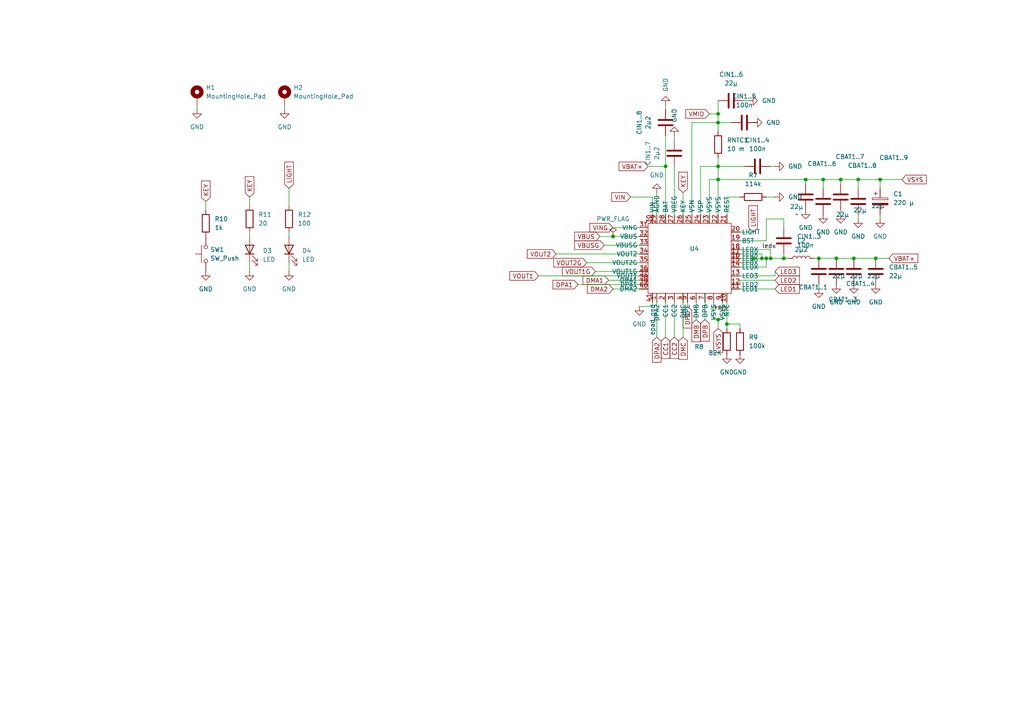
<source format=kicad_sch>
(kicad_sch (version 20250114) (generator "eeschema") (generator_version "9.0")
  (paper "A4")
  (lib_symbols
    (symbol "Device:C" (pin_numbers (hide yes)) (pin_names (offset 0.254))
      (property "Reference" "C" (at 0.635 2.54 0))
      (property "Value" "C" (at 0.635 -2.54 0))
      (symbol "C_0_1"
        (polyline (pts (xy -2.032 0.762) (xy 2.032 0.762)) (stroke (width 0.508)))
        (polyline (pts (xy -2.032 -0.762) (xy 2.032 -0.762)) (stroke (width 0.508)))
      )
      (symbol "C_1_1"
        (pin passive line (at 0 3.81 270) (length 2.794) (name "~") (number "1"))
        (pin passive line (at 0 -3.81 90) (length 2.794) (name "~") (number "2"))
      )
    )
    (symbol "Device:C_Polarized" (pin_numbers (hide yes)) (pin_names (offset 0.254))
      (property "Reference" "C" (at 0.635 2.54 0))
      (property "Value" "C_Polarized" (at 0.635 -2.54 0))
      (symbol "C_Polarized_0_1"
        (rectangle (start -2.286 0.508) (end 2.286 1.016))
        (polyline (pts (xy -1.778 2.286) (xy -0.762 2.286)))
        (polyline (pts (xy -1.27 2.794) (xy -1.27 1.778)))
        (rectangle (start 2.286 -0.508) (end -2.286 -1.016) (fill (type outline)))
      )
      (symbol "C_Polarized_1_1"
        (pin passive line (at 0 3.81 270) (length 2.794) (name "~") (number "1"))
        (pin passive line (at 0 -3.81 90) (length 2.794) (name "~") (number "2"))
      )
    )
    (symbol "Device:L" (pin_numbers (hide yes)) (pin_names (offset 1.016) (hide yes))
      (property "Reference" "L" (at -1.27 0 90))
      (property "Value" "L" (at 1.905 0 90))
      (symbol "L_0_1"
        (arc (start 0 2.54) (mid 0.6323 1.905) (end 0 1.27))
        (arc (start 0 1.27) (mid 0.6323 0.635) (end 0 0))
        (arc (start 0 0) (mid 0.6323 -0.635) (end 0 -1.27))
        (arc (start 0 -1.27) (mid 0.6323 -1.905) (end 0 -2.54))
      )
      (symbol "L_1_1"
        (pin passive line (at 0 3.81 270) (length 1.27) (name "1") (number "1"))
        (pin passive line (at 0 -3.81 90) (length 1.27) (name "2") (number "2"))
      )
    )
    (symbol "Device:LED" (pin_numbers (hide yes)) (pin_names (offset 1.016) (hide yes))
      (property "Reference" "D" (at 0 2.54 0))
      (property "Value" "LED" (at 0 -2.54 0))
      (symbol "LED_0_1"
        (polyline (pts (xy -3.048 -0.762) (xy -4.572 -2.286) (xy -3.81 -2.286) (xy -4.572 -2.286) (xy -4.572 -1.524)))
        (polyline (pts (xy -1.778 -0.762) (xy -3.302 -2.286) (xy -2.54 -2.286) (xy -3.302 -2.286) (xy -3.302 -1.524)))
        (polyline (pts (xy -1.27 0) (xy 1.27 0)))
        (polyline (pts (xy -1.27 -1.27) (xy -1.27 1.27)) (stroke (width 0.254)))
        (polyline (pts (xy 1.27 -1.27) (xy 1.27 1.27) (xy -1.27 0) (xy 1.27 -1.27)) (stroke (width 0.254)))
      )
      (symbol "LED_1_1"
        (pin passive line (at -3.81 0 0) (length 2.54) (name "K") (number "1"))
        (pin passive line (at 3.81 0 180) (length 2.54) (name "A") (number "2"))
      )
    )
    (symbol "Device:R" (pin_numbers (hide yes)) (pin_names (offset 0))
      (property "Reference" "R" (at 2.032 0 90))
      (property "Value" "R" (at 0 0 90))
      (symbol "R_0_1"
        (rectangle (start -1.016 -2.54) (end 1.016 2.54) (stroke (width 0.254)))
      )
      (symbol "R_1_1"
        (pin passive line (at 0 3.81 270) (length 1.27) (name "~") (number "1"))
        (pin passive line (at 0 -3.81 90) (length 1.27) (name "~") (number "2"))
      )
    )
    (symbol "IP5328P_2"
      (property "Reference" "U4" (at 29.21 -85.0198 0))
      (property "Value" "~" (at 24.13 3.8802 0))
      (symbol "IP5328P_2_0_1"
        (rectangle (start -19.05 1.27) (end 5.08 -19.05))
        (rectangle (start -10.16 6.35) (end -10.16 6.35))
        (rectangle (start 21.59 -15.24) (end 21.59 -15.24))
      )
      (symbol "IP5328P_2_1_0"
        (pin free line (at 5.08 -6.35 0) (length 2.54) (name "LEDX") (number "18"))
      )
      (symbol "IP5328P_2_1_1"
        (pin output line (at -19.05 0 180) (length 2.54) (name "VING") (number "31"))
        (pin power_in line (at -19.05 -2.54 180) (length 2.54) (name "VBUS") (number "32"))
        (pin output line (at -19.05 -5.08 180) (length 2.54) (name "VBUSG") (number "33"))
        (pin input line (at -19.05 -7.62 180) (length 2.54) (name "VOUT2") (number "34"))
        (pin output line (at -19.05 -10.16 180) (length 2.54) (name "VOUT2G") (number "35"))
        (pin output line (at -19.05 -12.7 180) (length 2.54) (name "VOUT1G") (number "36"))
        (pin input line (at -19.05 -13.97 180) (length 2.54) (name "VOUT1") (number "37"))
        (pin input line (at -19.05 -15.24 180) (length 2.54) (name "DMA1") (number "38"))
        (pin input line (at -19.05 -16.51 180) (length 2.54) (name "DPA1") (number "39"))
        (pin input line (at -19.05 -17.78 180) (length 2.54) (name "DMA2") (number "40"))
        (pin power_in line (at -17.78 1.27 90) (length 2.54) (name "VIN") (number "30"))
        (pin power_in line (at -17.78 -19.05 270) (length 2.54) (name "epad_gnd") (number "41"))
        (pin passive line (at -16.51 1.27 90) (length 2.54) (name "AGND") (number "29"))
        (pin input line (at -16.51 -19.05 270) (length 2.54) (name "DPA2") (number "1"))
        (pin passive line (at -13.97 1.27 90) (length 2.54) (name "BAT") (number "28"))
        (pin bidirectional line (at -13.97 -19.05 270) (length 2.54) (name "CC1") (number "2"))
        (pin power_out line (at -11.43 1.27 90) (length 2.54) (name "VREG") (number "27"))
        (pin bidirectional line (at -11.43 -19.05 270) (length 2.54) (name "CC2") (number "3"))
        (pin input line (at -8.89 1.27 90) (length 2.54) (name "KEY") (number "26"))
        (pin input line (at -8.89 -19.05 270) (length 2.54) (name "DMC") (number "4"))
        (pin input line (at -7.62 -19.05 270) (length 2.54) (name "DPC") (number "5"))
        (pin input line (at -6.35 1.27 90) (length 2.54) (name "VSN") (number "25"))
        (pin input line (at -5.08 -19.05 270) (length 2.54) (name "DMB") (number "6"))
        (pin input line (at -3.81 1.27 90) (length 2.54) (name "VSP") (number "24"))
        (pin input line (at -2.54 -19.05 270) (length 2.54) (name "DPB") (number "7"))
        (pin passive line (at -1.27 1.27 90) (length 2.54) (name "VSYS") (number "23"))
        (pin passive line (at 0 -19.05 270) (length 2.54) (name "VSYS") (number "8"))
        (pin passive line (at 1.27 1.27 90) (length 2.54) (name "VSYS") (number "22"))
        (pin passive line (at 2.54 -19.05 270) (length 2.54) (name "VSYS") (number "9"))
        (pin input line (at 3.81 1.27 90) (length 2.54) (name "REST") (number "21"))
        (pin input line (at 3.81 -19.05 270) (length 2.54) (name "NTC") (number "10"))
        (pin output line (at 5.08 -1.27 0) (length 2.54) (name "LIGHT") (number "20"))
        (pin passive line (at 5.08 -3.81 0) (length 2.54) (name "BST") (number "19"))
        (pin free line (at 5.08 -7.62 0) (length 2.54) (name "LEDX") (number "17"))
        (pin free line (at 5.08 -8.89 0) (length 2.54) (name "LEDX") (number "16"))
        (pin free line (at 5.08 -10.16 0) (length 2.54) (name "LEDX") (number "15"))
        (pin free line (at 5.08 -11.43 0) (length 2.54) (name "LEDX") (number "14"))
        (pin output line (at 5.08 -13.97 0) (length 2.54) (name "LED3") (number "13"))
        (pin output line (at 5.08 -16.51 0) (length 2.54) (name "LED2") (number "12"))
        (pin output line (at 5.08 -17.78 0) (length 2.54) (name "LED1") (number "11"))
      )
    )
    (symbol "Mechanical:MountingHole_Pad" (pin_numbers (hide yes)) (pin_names (offset 1.016) (hide yes)) (in_bom no)
      (property "Reference" "H" (at 0 6.35 0))
      (property "Value" "MountingHole_Pad" (at 0 4.445 0))
      (symbol "MountingHole_Pad_0_1"
        (circle (center 0 1.27) (radius 1.27) (stroke (width 1.27)))
      )
      (symbol "MountingHole_Pad_1_1"
        (pin input line (at 0 -2.54 90) (length 2.54) (name "1") (number "1"))
      )
    )
    (symbol "Switch:SW_Push" (pin_numbers (hide yes)) (pin_names (offset 1.016) (hide yes))
      (property "Reference" "SW" (at 1.27 2.54 0))
      (property "Value" "SW_Push" (at 0 -1.524 0))
      (symbol "SW_Push_0_1"
        (circle (center -2.032 0) (radius 0.508))
        (polyline (pts (xy 0 1.27) (xy 0 3.048)))
        (circle (center 2.032 0) (radius 0.508))
        (polyline (pts (xy 2.54 1.27) (xy -2.54 1.27)))
        (pin passive line (at -5.08 0 0) (length 2.54) (name "1") (number "1"))
        (pin passive line (at 5.08 0 180) (length 2.54) (name "2") (number "2"))
      )
    )
    (symbol "power:GND" (power) (pin_numbers (hide yes)) (pin_names (offset 0) (hide yes))
      (property "Value" "GND" (at 0 -3.81 0))
      (symbol "GND_0_1"
        (polyline (pts (xy 0 0) (xy 0 -1.27) (xy 1.27 -1.27) (xy 0 -2.54) (xy -1.27 -1.27) (xy 0 -1.27)))
      )
      (symbol "GND_1_1"
        (pin power_in line (at 0 0 270) (length 0) (name "~") (number "1"))
      )
    )
    (symbol "power:PWR_FLAG" (power) (pin_numbers (hide yes)) (pin_names (offset 0) (hide yes))
      (property "Value" "PWR_FLAG" (at 0 3.81 0))
      (symbol "PWR_FLAG_0_0"
        (pin power_out line (at 0 0 90) (length 0) (name "~") (number "1"))
      )
      (symbol "PWR_FLAG_0_1"
        (polyline (pts (xy 0 0) (xy 0 1.27) (xy -1.016 1.905) (xy 0 2.54) (xy 1.016 1.905) (xy 0 1.27)))
      )
    )
  )
  (junction (at 208.28 92.71))
  (junction (at 208.28 33.02))
  (junction (at 227.33 74.93))
  (junction (at 254 74.93))
  (junction (at 177.8 68.58))
  (junction (at 248.92 52.07))
  (junction (at 193.04 48.26))
  (junction (at 208.28 48.26))
  (junction (at 208.28 35.56))
  (junction (at 220.98 74.93))
  (junction (at 218.44 74.93))
  (junction (at 247.65 74.93))
  (junction (at 255.27 52.07))
  (junction (at 233.68 52.07))
  (junction (at 208.28 52.07))
  (junction (at 223.52 74.93))
  (junction (at 210.82 93.98))
  (junction (at 242.57 74.93))
  (junction (at 222.25 74.93))
  (junction (at 243.84 52.07))
  (junction (at 237.49 74.93))
  (junction (at 238.76 52.07))
  (wire (pts (xy 72.39 67.31) (xy 72.39 68.58)))
  (wire (pts (xy 72.39 57.15) (xy 72.39 59.69)))
  (wire (pts (xy 208.28 33.02) (xy 208.28 35.56)))
  (wire (pts (xy 220.98 73.66) (xy 220.98 74.93)))
  (wire (pts (xy 208.28 35.56) (xy 208.28 38.1)))
  (wire (pts (xy 72.39 78.74) (xy 72.39 76.2)))
  (wire (pts (xy 209.55 85.09) (xy 209.55 92.71)))
  (wire (pts (xy 193.04 48.26) (xy 193.04 64.77)))
  (wire (pts (xy 210.82 57.15) (xy 210.82 64.77)))
  (wire (pts (xy 177.8 66.04) (xy 187.96 66.04)))
  (wire (pts (xy 167.64 82.55) (xy 187.96 82.55)))
  (wire (pts (xy 210.82 57.15) (xy 214.63 57.15)))
  (wire (pts (xy 57.15 30.48) (xy 57.15 31.75)))
  (wire (pts (xy 161.29 73.66) (xy 187.96 73.66)))
  (wire (pts (xy 222.25 63.5) (xy 227.33 63.5)))
  (wire (pts (xy 237.49 74.93) (xy 242.57 74.93)))
  (wire (pts (xy 224.79 81.28) (xy 214.63 81.28)))
  (wire (pts (xy 208.28 95.25) (xy 208.28 92.71)))
  (wire (pts (xy 215.9 29.21) (xy 217.17 29.21)))
  (wire (pts (xy 193.04 39.37) (xy 193.04 48.26)))
  (wire (pts (xy 214.63 95.25) (xy 214.63 93.98)))
  (wire (pts (xy 255.27 62.23) (xy 255.27 63.5)))
  (wire (pts (xy 59.69 58.42) (xy 59.69 60.96)))
  (wire (pts (xy 255.27 52.07) (xy 261.62 52.07)))
  (wire (pts (xy 83.82 54.61) (xy 83.82 59.69)))
  (wire (pts (xy 210.82 85.09) (xy 210.82 93.98)))
  (wire (pts (xy 200.66 35.56) (xy 200.66 64.77)))
  (wire (pts (xy 238.76 52.07) (xy 238.76 54.61)))
  (wire (pts (xy 224.79 48.26) (xy 223.52 48.26)))
  (wire (pts (xy 227.33 74.93) (xy 228.6 74.93)))
  (wire (pts (xy 255.27 52.07) (xy 255.27 54.61)))
  (wire (pts (xy 247.65 74.93) (xy 254 74.93)))
  (wire (pts (xy 193.04 85.09) (xy 193.04 97.79)))
  (wire (pts (xy 210.82 93.98) (xy 214.63 93.98)))
  (wire (pts (xy 223.52 74.93) (xy 227.33 74.93)))
  (wire (pts (xy 208.28 35.56) (xy 212.09 35.56)))
  (wire (pts (xy 195.58 48.26) (xy 195.58 64.77)))
  (wire (pts (xy 190.5 55.88) (xy 190.5 64.77)))
  (wire (pts (xy 189.23 57.15) (xy 189.23 64.77)))
  (wire (pts (xy 212.09 72.39) (xy 223.52 72.39)))
  (wire (pts (xy 200.66 35.56) (xy 208.28 35.56)))
  (wire (pts (xy 182.88 57.15) (xy 189.23 57.15)))
  (wire (pts (xy 237.49 82.55) (xy 237.49 83.82)))
  (wire (pts (xy 170.18 76.2) (xy 187.96 76.2)))
  (wire (pts (xy 212.09 80.01) (xy 224.79 80.01)))
  (wire (pts (xy 198.12 55.88) (xy 198.12 64.77)))
  (wire (pts (xy 199.39 85.09) (xy 199.39 88.9)))
  (wire (pts (xy 177.8 68.58) (xy 187.96 68.58)))
  (wire (pts (xy 212.09 69.85) (xy 222.25 69.85)))
  (wire (pts (xy 83.82 67.31) (xy 83.82 68.58)))
  (wire (pts (xy 243.84 62.23) (xy 243.84 60.96)))
  (wire (pts (xy 224.79 80.01) (xy 224.79 78.74)))
  (wire (pts (xy 203.2 48.26) (xy 203.2 64.77)))
  (wire (pts (xy 233.68 52.07) (xy 233.68 53.34)))
  (wire (pts (xy 222.25 74.93) (xy 222.25 77.47)))
  (wire (pts (xy 214.63 81.28) (xy 214.63 82.55)))
  (wire (pts (xy 203.2 48.26) (xy 208.28 48.26)))
  (wire (pts (xy 212.09 82.55) (xy 214.63 82.55)))
  (wire (pts (xy 218.44 74.93) (xy 220.98 74.93)))
  (wire (pts (xy 208.28 92.71) (xy 207.01 92.71)))
  (wire (pts (xy 172.72 78.74) (xy 187.96 78.74)))
  (wire (pts (xy 175.26 71.12) (xy 187.96 71.12)))
  (wire (pts (xy 243.84 52.07) (xy 243.84 53.34)))
  (wire (pts (xy 187.96 48.26) (xy 193.04 48.26)))
  (wire (pts (xy 173.99 68.58) (xy 177.8 68.58)))
  (wire (pts (xy 233.68 52.07) (xy 238.76 52.07)))
  (wire (pts (xy 248.92 52.07) (xy 248.92 54.61)))
  (wire (pts (xy 83.82 78.74) (xy 83.82 76.2)))
  (wire (pts (xy 212.09 83.82) (xy 224.79 83.82)))
  (wire (pts (xy 219.71 35.56) (xy 218.44 35.56)))
  (wire (pts (xy 227.33 63.5) (xy 227.33 66.04)))
  (wire (pts (xy 227.33 73.66) (xy 227.33 74.93)))
  (wire (pts (xy 82.55 30.48) (xy 82.55 31.75)))
  (wire (pts (xy 201.93 85.09) (xy 201.93 92.71)))
  (wire (pts (xy 205.74 52.07) (xy 205.74 64.77)))
  (wire (pts (xy 156.21 80.01) (xy 187.96 80.01)))
  (wire (pts (xy 208.28 29.21) (xy 208.28 33.02)))
  (wire (pts (xy 208.28 52.07) (xy 208.28 64.77)))
  (wire (pts (xy 212.09 74.93) (xy 218.44 74.93)))
  (wire (pts (xy 207.01 85.09) (xy 207.01 92.71)))
  (wire (pts (xy 209.55 92.71) (xy 208.28 92.71)))
  (wire (pts (xy 208.28 52.07) (xy 233.68 52.07)))
  (wire (pts (xy 222.25 63.5) (xy 222.25 69.85)))
  (wire (pts (xy 212.09 77.47) (xy 222.25 77.47)))
  (wire (pts (xy 222.25 74.93) (xy 223.52 74.93)))
  (wire (pts (xy 205.74 33.02) (xy 208.28 33.02)))
  (wire (pts (xy 254 74.93) (xy 257.81 74.93)))
  (wire (pts (xy 205.74 52.07) (xy 208.28 52.07)))
  (wire (pts (xy 238.76 52.07) (xy 243.84 52.07)))
  (wire (pts (xy 189.23 88.9) (xy 185.42 88.9)))
  (wire (pts (xy 223.52 72.39) (xy 223.52 74.93)))
  (wire (pts (xy 193.04 31.75) (xy 193.04 30.48)))
  (wire (pts (xy 208.28 48.26) (xy 208.28 52.07)))
  (wire (pts (xy 212.09 73.66) (xy 220.98 73.66)))
  (wire (pts (xy 218.44 76.2) (xy 218.44 74.93)))
  (wire (pts (xy 208.28 48.26) (xy 215.9 48.26)))
  (wire (pts (xy 242.57 74.93) (xy 247.65 74.93)))
  (wire (pts (xy 176.53 81.28) (xy 187.96 81.28)))
  (wire (pts (xy 208.28 45.72) (xy 208.28 48.26)))
  (wire (pts (xy 210.82 93.98) (xy 210.82 95.25)))
  (wire (pts (xy 195.58 40.64) (xy 195.58 39.37)))
  (wire (pts (xy 177.8 83.82) (xy 187.96 83.82)))
  (wire (pts (xy 189.23 85.09) (xy 189.23 88.9)))
  (wire (pts (xy 220.98 74.93) (xy 222.25 74.93)))
  (wire (pts (xy 212.09 67.31) (xy 218.44 67.31)))
  (wire (pts (xy 224.79 57.15) (xy 222.25 57.15)))
  (wire (pts (xy 190.5 85.09) (xy 190.5 97.79)))
  (wire (pts (xy 198.12 85.09) (xy 198.12 97.79)))
  (wire (pts (xy 243.84 52.07) (xy 248.92 52.07)))
  (wire (pts (xy 248.92 52.07) (xy 255.27 52.07)))
  (wire (pts (xy 195.58 85.09) (xy 195.58 97.79)))
  (wire (pts (xy 212.09 76.2) (xy 218.44 76.2)))
  (wire (pts (xy 248.92 63.5) (xy 248.92 62.23)))
  (wire (pts (xy 204.47 85.09) (xy 204.47 92.71)))
  (wire (pts (xy 236.22 74.93) (xy 237.49 74.93)))
  (label "vsys" (at 207.01 90.17 0))
  (label "ledx" (at 220.98 72.39 0))
  (global_label "KEY" (shape input) (at 198.12 55.88 90) (property "Intersheetrefs" "${INTERSHEET_REFS}" (effects (hide yes))))
  (global_label "DPA1" (shape input) (at 167.64 82.55 180) (property "Intersheetrefs" "${INTERSHEET_REFS}" (effects (hide yes))))
  (global_label "VING" (shape input) (at 177.8 66.04 180) (property "Intersheetrefs" "${INTERSHEET_REFS}" (effects (hide yes))))
  (global_label "LED3" (shape input) (at 224.79 78.74 0) (property "Intersheetrefs" "${INTERSHEET_REFS}" (effects (hide yes))))
  (global_label "VIN" (shape input) (at 182.88 57.15 180) (property "Intersheetrefs" "${INTERSHEET_REFS}" (effects (hide yes))))
  (global_label "DMC" (shape input) (at 198.12 97.79 270) (property "Intersheetrefs" "${INTERSHEET_REFS}" (effects (hide yes))))
  (global_label "VMID" (shape input) (at 205.74 33.02 180) (property "Intersheetrefs" "${INTERSHEET_REFS}" (effects (hide yes))))
  (global_label "VBAT+" (shape input) (at 257.81 74.93 0) (property "Intersheetrefs" "${INTERSHEET_REFS}" (effects (hide yes))))
  (global_label "DMB" (shape input) (at 201.93 92.71 270) (property "Intersheetrefs" "${INTERSHEET_REFS}" (effects (hide yes))))
  (global_label "LED2" (shape input) (at 224.79 81.28 0) (property "Intersheetrefs" "${INTERSHEET_REFS}" (effects (hide yes))))
  (global_label "KEY" (shape input) (at 72.39 57.15 90) (property "Intersheetrefs" "${INTERSHEET_REFS}" (effects (hide yes))))
  (global_label "VSYS" (shape input) (at 261.62 52.07 0) (property "Intersheetrefs" "${INTERSHEET_REFS}" (effects (hide yes))))
  (global_label "DPB" (shape input) (at 204.47 92.71 270) (property "Intersheetrefs" "${INTERSHEET_REFS}" (effects (hide yes))))
  (global_label "DPA2" (shape input) (at 190.5 97.79 270) (property "Intersheetrefs" "${INTERSHEET_REFS}" (effects (hide yes))))
  (global_label "VBUSG" (shape input) (at 175.26 71.12 180) (property "Intersheetrefs" "${INTERSHEET_REFS}" (effects (hide yes))))
  (global_label "VOUT1" (shape input) (at 156.21 80.01 180) (property "Intersheetrefs" "${INTERSHEET_REFS}" (effects (hide yes))))
  (global_label "VOUT2G" (shape input) (at 170.18 76.2 180) (property "Intersheetrefs" "${INTERSHEET_REFS}" (effects (hide yes))))
  (global_label "CC2" (shape input) (at 195.58 97.79 270) (property "Intersheetrefs" "${INTERSHEET_REFS}" (effects (hide yes))))
  (global_label "LIGHT" (shape input) (at 83.82 54.61 90) (property "Intersheetrefs" "${INTERSHEET_REFS}" (effects (hide yes))))
  (global_label "CC1" (shape input) (at 193.04 97.79 270) (property "Intersheetrefs" "${INTERSHEET_REFS}" (effects (hide yes))))
  (global_label "VOUT2" (shape input) (at 161.29 73.66 180) (property "Intersheetrefs" "${INTERSHEET_REFS}" (effects (hide yes))))
  (global_label "KEY" (shape input) (at 59.69 58.42 90) (property "Intersheetrefs" "${INTERSHEET_REFS}" (effects (hide yes))))
  (global_label "DMA2" (shape input) (at 177.8 83.82 180) (property "Intersheetrefs" "${INTERSHEET_REFS}" (effects (hide yes))))
  (global_label "VBUS" (shape input) (at 173.99 68.58 180) (property "Intersheetrefs" "${INTERSHEET_REFS}" (effects (hide yes))))
  (global_label "LIGHT" (shape input) (at 218.44 67.31 90) (property "Intersheetrefs" "${INTERSHEET_REFS}" (effects (hide yes))))
  (global_label "VBAT+" (shape input) (at 187.96 48.26 180) (property "Intersheetrefs" "${INTERSHEET_REFS}" (effects (hide yes))))
  (global_label "LED1" (shape input) (at 224.79 83.82 0) (property "Intersheetrefs" "${INTERSHEET_REFS}" (effects (hide yes))))
  (global_label "DPC" (shape input) (at 199.39 88.9 270) (property "Intersheetrefs" "${INTERSHEET_REFS}" (effects (hide yes))))
  (global_label "VSYS" (shape input) (at 208.28 95.25 270) (property "Intersheetrefs" "${INTERSHEET_REFS}" (effects (hide yes))))
  (global_label "DMA1" (shape input) (at 176.53 81.28 180) (property "Intersheetrefs" "${INTERSHEET_REFS}" (effects (hide yes))))
  (global_label "VOUT1G" (shape input) (at 172.72 78.74 180) (property "Intersheetrefs" "${INTERSHEET_REFS}" (effects (hide yes))))
  (symbol (lib_id "Switch:SW_Push") (at 59.69 73.66 90) (unit 1)
    (property "Reference" "SW1" (at 60.96 72.3899 90) (effects (justify right)))
    (property "Value" "SW_Push" (at 60.96 74.9299 90) (effects (justify right)))
    (property "Footprint" "Button_Switch_SMD:SW_DIP_SPSTx01_Slide_6.7x4.1mm_W6.73mm_P2.54mm_LowProfile_JPin" (effects (hide yes)))
    (property "Description" "Push button switch, generic, two pins" (effects (hide yes)))
  )
  (symbol (lib_id "Device:L") (at 232.41 74.93 90) (unit 1)
    (property "Reference" "L2" (at 232.41 69.85 90))
    (property "Value" "2µ2" (at 232.41 72.39 90))
    (property "Footprint" "Inductor_SMD:L_10.4x10.4_H4.8" (effects (hide yes)))
    (property "Description" "Inductor" (effects (hide yes)))
  )
  (symbol (lib_id "power:GND") (at 238.76 62.23 0) (unit 1)
    (property "Reference" "#PWR028" (effects (hide yes)))
    (property "Value" "GND" (at 238.76 67.31 0))
    (property "Description" "Power symbol creates a global label with name \"GND\" , ground" (effects (hide yes)))
  )
  (symbol (lib_id "power:GND") (at 210.82 102.87 0) (unit 1)
    (property "Reference" "#PWR023" (effects (hide yes)))
    (property "Value" "GND" (at 210.82 107.95 0))
    (property "Description" "Power symbol creates a global label with name \"GND\" , ground" (effects (hide yes)))
  )
  (symbol (lib_id "power:GND") (at 190.5 55.88 180) (unit 1)
    (property "Reference" "#PWR037" (effects (hide yes)))
    (property "Value" "GND" (at 190.5 50.8 0))
    (property "Description" "Power symbol creates a global label with name \"GND\" , ground" (effects (hide yes)))
  )
  (symbol (lib_id "Device:C") (at 243.84 57.15 0) (unit 1)
    (property "Reference" "CBAT1..8" (at 245.872 48.006 0) (effects (justify left)))
    (property "Value" "22µ" (at 247.5154 60.9607 0) (effects (justify left)))
    (property "Footprint" "Capacitor_SMD:C_0805_2012Metric" (effects (hide yes)))
    (property "Description" "Unpolarized capacitor" (effects (hide yes)))
  )
  (symbol (lib_id "Mechanical:MountingHole_Pad") (at 57.15 27.94 0) (unit 1) (in_bom no)
    (property "Reference" "H1" (at 59.69 25.3999 0) (effects (justify left)))
    (property "Value" "MountingHole_Pad" (at 59.69 27.9399 0) (effects (justify left)))
    (property "Footprint" "MountingHole:MountingHole_2.2mm_M2_DIN965_Pad" (effects (hide yes)))
    (property "Description" "Mounting Hole with connection" (effects (hide yes)))
  )
  (symbol (lib_id "power:GND") (at 217.17 29.21 90) (unit 1)
    (property "Reference" "#PWR034" (effects (hide yes)))
    (property "Value" "GND" (at 220.98 29.2099 90) (effects (justify right)))
    (property "Description" "Power symbol creates a global label with name \"GND\" , ground" (effects (hide yes)))
  )
  (symbol (lib_id "Device:C") (at 195.58 44.45 0) (unit 1)
    (property "Reference" "CIN1..7" (at 187.96 44.45 90))
    (property "Value" "2µ2" (at 190.5 44.45 90))
    (property "Footprint" "Capacitor_SMD:C_0603_1608Metric" (effects (hide yes)))
    (property "Description" "Unpolarized capacitor" (effects (hide yes)))
  )
  (symbol (lib_id "Device:LED") (at 72.39 72.39 90) (unit 1)
    (property "Reference" "D3" (at 76.2 72.7074 90) (effects (justify right)))
    (property "Value" "LED" (at 76.2 75.2474 90) (effects (justify right)))
    (property "Footprint" "LED_THT:LED_D3.0mm" (effects (hide yes)))
    (property "Description" "Light emitting diode" (effects (hide yes)))
    (property "Sim.Pins" "1=K 2=A" (effects (hide yes)))
  )
  (symbol (lib_id "Device:R") (at 214.63 99.06 0) (unit 1)
    (property "Reference" "R9" (at 217.17 97.7899 0) (effects (justify left)))
    (property "Value" "100k" (at 217.17 100.3299 0) (effects (justify left)))
    (property "Footprint" "Resistor_SMD:R_0603_1608Metric" (effects (hide yes)))
    (property "Description" "Resistor" (effects (hide yes)))
  )
  (symbol (lib_id "power:GND") (at 242.57 82.55 0) (unit 1)
    (property "Reference" "#PWR020" (effects (hide yes)))
    (property "Value" "GND" (at 242.57 87.63 0))
    (property "Description" "Power symbol creates a global label with name \"GND\" , ground" (effects (hide yes)))
  )
  (symbol (lib_id "Device:C") (at 254 78.74 0) (unit 1)
    (property "Reference" "CBAT1..5" (at 257.81 77.4699 0) (effects (justify left)))
    (property "Value" "22µ" (at 257.81 80.0099 0) (effects (justify left)))
    (property "Footprint" "Capacitor_SMD:C_0805_2012Metric" (effects (hide yes)))
    (property "Description" "Unpolarized capacitor" (effects (hide yes)))
  )
  (symbol (lib_id "power:GND") (at 218.44 35.56 90) (unit 1)
    (property "Reference" "#PWR033" (effects (hide yes)))
    (property "Value" "GND" (at 222.25 35.5599 90) (effects (justify right)))
    (property "Description" "Power symbol creates a global label with name \"GND\" , ground" (effects (hide yes)))
  )
  (symbol (lib_id "power:GND") (at 195.58 39.37 180) (unit 1)
    (property "Reference" "#PWR035" (effects (hide yes)))
    (property "Value" "GND" (at 195.5799 35.56 90) (effects (justify right)))
    (property "Description" "Power symbol creates a global label with name \"GND\" , ground" (effects (hide yes)))
  )
  (symbol (lib_id "power:GND") (at 214.63 102.87 0) (unit 1)
    (property "Reference" "#PWR025" (effects (hide yes)))
    (property "Value" "GND" (at 214.63 107.95 0))
    (property "Description" "Power symbol creates a global label with name \"GND\" , ground" (effects (hide yes)))
  )
  (symbol (lib_id "Device:R") (at 59.69 64.77 0) (unit 1)
    (property "Reference" "R10" (at 62.23 63.4999 0) (effects (justify left)))
    (property "Value" "1k" (at 62.23 66.0399 0) (effects (justify left)))
    (property "Footprint" "Resistor_SMD:R_0603_1608Metric" (effects (hide yes)))
    (property "Description" "Resistor" (effects (hide yes)))
  )
  (symbol (lib_id "power:GND") (at 83.82 78.74 0) (unit 1)
    (property "Reference" "#PWR038" (effects (hide yes)))
    (property "Value" "GND" (at 83.82 83.82 0))
    (property "Description" "Power symbol creates a global label with name \"GND\" , ground" (effects (hide yes)))
  )
  (symbol (lib_id "Device:R") (at 72.39 63.5 0) (unit 1)
    (property "Reference" "R11" (at 74.93 62.2299 0) (effects (justify left)))
    (property "Value" "20" (at 74.93 64.7699 0) (effects (justify left)))
    (property "Footprint" "Resistor_SMD:R_0603_1608Metric" (effects (hide yes)))
    (property "Description" "Resistor" (effects (hide yes)))
  )
  (symbol (lib_id "Mechanical:MountingHole_Pad") (at 82.55 27.94 0) (unit 1) (in_bom no)
    (property "Reference" "H2" (at 85.09 25.3999 0) (effects (justify left)))
    (property "Value" "MountingHole_Pad" (at 85.09 27.9399 0) (effects (justify left)))
    (property "Footprint" "MountingHole:MountingHole_2.2mm_M2_DIN965_Pad" (effects (hide yes)))
    (property "Description" "Mounting Hole with connection" (effects (hide yes)))
  )
  (symbol (lib_id "Device:C") (at 212.09 29.21 270) (unit 1)
    (property "Reference" "CIN1..6" (at 212.09 21.59 90))
    (property "Value" "22µ" (at 212.09 24.13 90))
    (property "Footprint" "Capacitor_SMD:C_0805_2012Metric" (effects (hide yes)))
    (property "Description" "Unpolarized capacitor" (effects (hide yes)))
  )
  (symbol (lib_id "Device:C") (at 219.71 48.26 270) (unit 1)
    (property "Reference" "CIN1..4" (at 219.71 40.64 90))
    (property "Value" "100n" (at 219.71 43.18 90))
    (property "Footprint" "Capacitor_SMD:C_0603_1608Metric" (effects (hide yes)))
    (property "Description" "Unpolarized capacitor" (effects (hide yes)))
  )
  (symbol (lib_id "Device:C") (at 215.9 35.56 270) (unit 1)
    (property "Reference" "CIN1..5" (at 215.9 27.94 90))
    (property "Value" "100n" (at 215.9 30.48 90))
    (property "Footprint" "Capacitor_SMD:C_0603_1608Metric" (effects (hide yes)))
    (property "Description" "Unpolarized capacitor" (effects (hide yes)))
  )
  (symbol (lib_id "Device:C") (at 248.92 58.42 0) (unit 1)
    (property "Reference" "CBAT1..9" (at 255.016 45.72 0) (effects (justify left)))
    (property "Value" "22µ" (at 252.73 59.6899 0) (effects (justify left)))
    (property "Footprint" "Capacitor_SMD:C_0805_2012Metric" (effects (hide yes)))
    (property "Description" "Unpolarized capacitor" (effects (hide yes)))
  )
  (symbol (lib_id "power:GND") (at 254 82.55 0) (unit 1)
    (property "Reference" "#PWR026" (effects (hide yes)))
    (property "Value" "GND" (at 254 87.63 0))
    (property "Description" "Power symbol creates a global label with name \"GND\" , ground" (effects (hide yes)))
  )
  (symbol (lib_id "Device:C") (at 237.49 78.74 0) (unit 1)
    (property "Reference" "CBAT1..1" (at 231.648 83.312 0) (effects (justify left)))
    (property "Value" "22µ" (at 241.3 80.0099 0) (effects (justify left)))
    (property "Footprint" "Capacitor_SMD:C_0805_2012Metric" (effects (hide yes)))
    (property "Description" "Unpolarized capacitor" (effects (hide yes)))
  )
  (symbol (lib_id "power:PWR_FLAG") (at 177.8 68.58 0) (unit 1)
    (property "Reference" "#FLG03" (effects (hide yes)))
    (property "Value" "PWR_FLAG" (at 177.8 63.5 0))
    (property "Description" "Special symbol for telling ERC where power comes from" (effects (hide yes)))
  )
  (symbol (lib_id "Device:C") (at 247.65 78.74 0) (unit 1)
    (property "Reference" "CBAT1..4" (at 245.364 82.296 0) (effects (justify left)))
    (property "Value" "22µ" (at 251.46 80.0099 0) (effects (justify left)))
    (property "Footprint" "Capacitor_SMD:C_0805_2012Metric" (effects (hide yes)))
    (property "Description" "Unpolarized capacitor" (effects (hide yes)))
  )
  (symbol (lib_id "power:GND") (at 82.55 31.75 0) (unit 1)
    (property "Reference" "#PWR02" (effects (hide yes)))
    (property "Value" "GND" (at 82.55 36.83 0))
    (property "Description" "Power symbol creates a global label with name \"GND\" , ground" (effects (hide yes)))
  )
  (symbol (lib_id "Device:C") (at 227.33 69.85 180) (unit 1)
    (property "Reference" "CIN1..3" (at 231.14 68.5799 0) (effects (justify right)))
    (property "Value" "100n" (at 231.14 71.1199 0) (effects (justify right)))
    (property "Footprint" "Capacitor_SMD:C_0603_1608Metric" (effects (hide yes)))
    (property "Description" "Unpolarized capacitor" (effects (hide yes)))
  )
  (symbol (lib_id "power:GND") (at 72.39 78.74 0) (unit 1)
    (property "Reference" "#PWR024" (effects (hide yes)))
    (property "Value" "GND" (at 72.39 83.82 0))
    (property "Description" "Power symbol creates a global label with name \"GND\" , ground" (effects (hide yes)))
  )
  (symbol (lib_id "power:GND") (at 247.65 82.55 0) (unit 1)
    (property "Reference" "#PWR021" (effects (hide yes)))
    (property "Value" "GND" (at 247.65 87.63 0))
    (property "Description" "Power symbol creates a global label with name \"GND\" , ground" (effects (hide yes)))
  )
  (symbol (lib_id "Device:R") (at 208.28 41.91 0) (unit 1)
    (property "Reference" "RNTC1" (at 210.82 40.6399 0) (effects (justify left)))
    (property "Value" "10 m" (at 210.82 43.1799 0) (effects (justify left)))
    (property "Footprint" "Resistor_SMD:R_1206_3216Metric" (effects (hide yes)))
    (property "Description" "Resistor" (effects (hide yes)))
  )
  (symbol (lib_id "power:GND") (at 233.68 60.96 0) (unit 1)
    (property "Reference" "#PWR010" (effects (hide yes)))
    (property "Value" "GND" (at 233.68 66.04 0))
    (property "Description" "Power symbol creates a global label with name \"GND\" , ground" (effects (hide yes)))
  )
  (symbol (lib_id "power:GND") (at 243.84 62.23 0) (unit 1)
    (property "Reference" "#PWR029" (effects (hide yes)))
    (property "Value" "GND" (at 243.84 67.31 0))
    (property "Description" "Power symbol creates a global label with name \"GND\" , ground" (effects (hide yes)))
  )
  (symbol (lib_id "Device:C") (at 238.76 58.42 0) (unit 1)
    (property "Reference" "CBAT1..7" (at 242.316 45.466 0) (effects (justify left)))
    (property "Value" "22µ" (at 242.4354 62.2307 0) (effects (justify left)))
    (property "Footprint" "Capacitor_SMD:C_0805_2012Metric" (effects (hide yes)))
    (property "Description" "Unpolarized capacitor" (effects (hide yes)))
  )
  (symbol (lib_id "power:GND") (at 57.15 31.75 0) (unit 1)
    (property "Reference" "#PWR01" (effects (hide yes)))
    (property "Value" "GND" (at 57.15 36.83 0))
    (property "Description" "Power symbol creates a global label with name \"GND\" , ground" (effects (hide yes)))
  )
  (symbol (lib_id "power:GND") (at 248.92 63.5 0) (unit 1)
    (property "Reference" "#PWR030" (effects (hide yes)))
    (property "Value" "GND" (at 248.92 68.58 0))
    (property "Description" "Power symbol creates a global label with name \"GND\" , ground" (effects (hide yes)))
  )
  (symbol (lib_id "power:GND") (at 237.49 83.82 0) (unit 1)
    (property "Reference" "#PWR019" (effects (hide yes)))
    (property "Value" "GND" (at 237.49 88.9 0))
    (property "Description" "Power symbol creates a global label with name \"GND\" , ground" (effects (hide yes)))
  )
  (symbol (lib_id "Device:C") (at 233.68 57.15 0) (unit 1)
    (property "Reference" "CBAT1..6" (at 234.188 47.498 0) (effects (justify left)))
    (property "Value" "22µ" (at 229.108 59.944 0) (effects (justify left)))
    (property "Footprint" "Capacitor_SMD:C_0805_2012Metric" (effects (hide yes)))
    (property "Description" "Unpolarized capacitor" (effects (hide yes)))
  )
  (symbol (lib_id "Device:C_Polarized") (at 255.27 58.42 0) (unit 1)
    (property "Reference" "C1" (at 259.08 56.2609 0) (effects (justify left)))
    (property "Value" "220 µ" (at 259.08 58.8009 0) (effects (justify left)))
    (property "Footprint" "EEUFS1K221LB:CAPPRD500W60D1000H2500" (effects (hide yes)))
    (property "Description" "Polarized capacitor" (effects (hide yes)))
  )
  (symbol (lib_id "Device:C") (at 193.04 35.56 0) (unit 1)
    (property "Reference" "CIN1..8" (at 185.42 35.56 90))
    (property "Value" "2µ2" (at 187.96 35.56 90))
    (property "Footprint" "Capacitor_SMD:C_0603_1608Metric" (effects (hide yes)))
    (property "Description" "Unpolarized capacitor" (effects (hide yes)))
  )
  (symbol (lib_id "power:GND") (at 224.79 57.15 90) (unit 1)
    (property "Reference" "#PWR027" (effects (hide yes)))
    (property "Value" "GND" (at 228.6 57.1499 90) (effects (justify right)))
    (property "Description" "Power symbol creates a global label with name \"GND\" , ground" (effects (hide yes)))
  )
  (symbol (lib_id "Device:C") (at 242.57 78.74 0) (unit 1)
    (property "Reference" "CBAT1..3" (at 240.284 86.868 0) (effects (justify left)))
    (property "Value" "22µ" (at 246.38 80.0099 0) (effects (justify left)))
    (property "Footprint" "Capacitor_SMD:C_0805_2012Metric" (effects (hide yes)))
    (property "Description" "Unpolarized capacitor" (effects (hide yes)))
  )
  (symbol (lib_id "power:GND") (at 59.69 78.74 0) (unit 1)
    (property "Reference" "#PWR013" (effects (hide yes)))
    (property "Value" "GND" (at 59.69 83.82 0))
    (property "Description" "Power symbol creates a global label with name \"GND\" , ground" (effects (hide yes)))
  )
  (symbol (lib_id "power:GND") (at 224.79 48.26 90) (unit 1)
    (property "Reference" "#PWR032" (effects (hide yes)))
    (property "Value" "GND" (at 228.6 48.2599 90) (effects (justify right)))
    (property "Description" "Power symbol creates a global label with name \"GND\" , ground" (effects (hide yes)))
  )
  (symbol (lib_id "power:GND") (at 193.04 30.48 180) (unit 1)
    (property "Reference" "#PWR036" (effects (hide yes)))
    (property "Value" "GND" (at 193.0399 26.67 90) (effects (justify right)))
    (property "Description" "Power symbol creates a global label with name \"GND\" , ground" (effects (hide yes)))
  )
  (symbol (lib_id "Device:LED") (at 83.82 72.39 90) (unit 1)
    (property "Reference" "D4" (at 87.63 72.7074 90) (effects (justify right)))
    (property "Value" "LED" (at 87.63 75.2474 90) (effects (justify right)))
    (property "Footprint" "LED_SMD:LED_0603_1608Metric" (effects (hide yes)))
    (property "Description" "Light emitting diode" (effects (hide yes)))
    (property "Sim.Pins" "1=K 2=A" (effects (hide yes)))
  )
  (symbol (lib_id "Device:R") (at 83.82 63.5 0) (unit 1)
    (property "Reference" "R12" (at 86.36 62.2299 0) (effects (justify left)))
    (property "Value" "100" (at 86.36 64.7699 0) (effects (justify left)))
    (property "Footprint" "Resistor_SMD:R_0603_1608Metric" (effects (hide yes)))
    (property "Description" "Resistor" (effects (hide yes)))
  )
  (symbol (lib_name "IP5328P_2") (lib_id "IP5328P:IP5328P") (at 207.01 66.04 0) (unit 1)
    (property "Reference" "U4" (at 201.422 72.136 0))
    (property "Value" "~" (at 231.14 62.1598 0))
    (property "Footprint" "Package_DFN_QFN:QFN-40-1EP_6x6mm_P0.5mm_EP4.6x4.6mm" (effects (hide yes)))
  )
  (symbol (lib_id "power:GND") (at 255.27 63.5 0) (unit 1)
    (property "Reference" "#PWR031" (effects (hide yes)))
    (property "Value" "GND" (at 255.27 68.58 0))
    (property "Description" "Power symbol creates a global label with name \"GND\" , ground" (effects (hide yes)))
  )
  (symbol (lib_id "power:GND") (at 185.42 88.9 0) (unit 1)
    (property "Reference" "#PWR022" (effects (hide yes)))
    (property "Value" "GND" (at 185.42 93.98 0))
    (property "Description" "Power symbol creates a global label with name \"GND\" , ground" (effects (hide yes)))
  )
  (symbol (lib_id "Device:R") (at 210.82 99.06 0) (unit 1)
    (property "Reference" "R8" (at 201.422 100.584 0) (effects (justify left)))
    (property "Value" "82K" (at 205.486 102.362 0) (effects (justify left)))
    (property "Footprint" "Resistor_SMD:R_0603_1608Metric" (effects (hide yes)))
    (property "Description" "Resistor" (effects (hide yes)))
  )
  (symbol (lib_id "Device:R") (at 218.44 57.15 90) (unit 1)
    (property "Reference" "R7" (at 218.44 50.8 90))
    (property "Value" "114k" (at 218.44 53.34 90))
    (property "Footprint" "Resistor_SMD:R_0603_1608Metric" (effects (hide yes)))
    (property "Description" "Resistor" (effects (hide yes)))
  )
)
</source>
